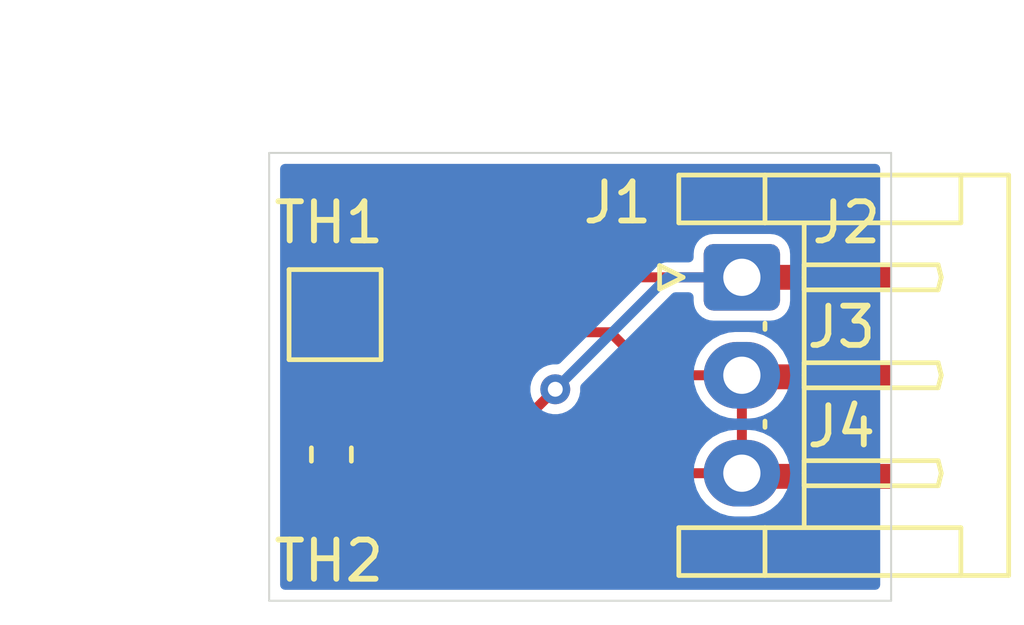
<source format=kicad_pcb>
(kicad_pcb (version 20171130) (host pcbnew "(5.1.5)-3")

  (general
    (thickness 1.6)
    (drawings 6)
    (tracks 15)
    (zones 0)
    (modules 6)
    (nets 3)
  )

  (page A4)
  (layers
    (0 F.Cu signal)
    (31 B.Cu signal)
    (32 B.Adhes user)
    (33 F.Adhes user)
    (34 B.Paste user)
    (35 F.Paste user)
    (36 B.SilkS user)
    (37 F.SilkS user)
    (38 B.Mask user)
    (39 F.Mask user)
    (40 Dwgs.User user)
    (41 Cmts.User user)
    (42 Eco1.User user)
    (43 Eco2.User user)
    (44 Edge.Cuts user)
    (45 Margin user)
    (46 B.CrtYd user)
    (47 F.CrtYd user)
    (48 B.Fab user hide)
    (49 F.Fab user hide)
  )

  (setup
    (last_trace_width 0.254)
    (trace_clearance 0.2032)
    (zone_clearance 0.254)
    (zone_45_only no)
    (trace_min 0.2)
    (via_size 0.762)
    (via_drill 0.381)
    (via_min_size 0.4)
    (via_min_drill 0.3)
    (uvia_size 0.3)
    (uvia_drill 0.1)
    (uvias_allowed no)
    (uvia_min_size 0.2)
    (uvia_min_drill 0.1)
    (edge_width 0.05)
    (segment_width 0.2)
    (pcb_text_width 0.3)
    (pcb_text_size 1.5 1.5)
    (mod_edge_width 0.12)
    (mod_text_size 1 1)
    (mod_text_width 0.15)
    (pad_size 1.524 1.524)
    (pad_drill 0.762)
    (pad_to_mask_clearance 0.051)
    (solder_mask_min_width 0.25)
    (aux_axis_origin 0 0)
    (grid_origin 138.43 92.075)
    (visible_elements 7FFFFFFF)
    (pcbplotparams
      (layerselection 0x010fc_ffffffff)
      (usegerberextensions false)
      (usegerberattributes false)
      (usegerberadvancedattributes false)
      (creategerberjobfile false)
      (excludeedgelayer true)
      (linewidth 0.100000)
      (plotframeref false)
      (viasonmask false)
      (mode 1)
      (useauxorigin false)
      (hpglpennumber 1)
      (hpglpenspeed 20)
      (hpglpendiameter 15.000000)
      (psnegative false)
      (psa4output false)
      (plotreference true)
      (plotvalue true)
      (plotinvisibletext false)
      (padsonsilk false)
      (subtractmaskfromsilk false)
      (outputformat 1)
      (mirror false)
      (drillshape 0)
      (scaleselection 1)
      (outputdirectory ""))
  )

  (net 0 "")
  (net 1 /B)
  (net 2 /A)

  (net_class Default "This is the default net class."
    (clearance 0.2032)
    (trace_width 0.254)
    (via_dia 0.762)
    (via_drill 0.381)
    (uvia_dia 0.3)
    (uvia_drill 0.1)
    (add_net /A)
    (add_net /B)
  )

  (module 0MiscParts:RectPad-025x100 (layer F.Cu) (tedit 5FF3AE5C) (tstamp 5FF3C303)
    (at 150.495 88.9)
    (path /5FF3BBFC)
    (fp_text reference J4 (at 2.54 -1.27) (layer F.SilkS)
      (effects (font (size 1 1) (thickness 0.15)))
    )
    (fp_text value Conn_01x01_Male (at 0.1 -3.55) (layer F.Fab)
      (effects (font (size 1 1) (thickness 0.15)))
    )
    (pad 1 smd rect (at 1.905 0) (size 3.81 0.635) (layers F.Cu F.Paste F.Mask)
      (net 1 /B))
  )

  (module 0MiscParts:RectPad-025x100 (layer F.Cu) (tedit 5FF3AE5C) (tstamp 5FF3C2E9)
    (at 150.495 86.36)
    (path /5FF3B797)
    (fp_text reference J3 (at 2.54 -1.27) (layer F.SilkS)
      (effects (font (size 1 1) (thickness 0.15)))
    )
    (fp_text value Conn_01x01_Male (at 0.1 -3.55) (layer F.Fab)
      (effects (font (size 1 1) (thickness 0.15)))
    )
    (pad 1 smd rect (at 1.905 0) (size 3.81 0.635) (layers F.Cu F.Paste F.Mask)
      (net 1 /B))
  )

  (module 0MiscParts:RectPad-025x100 (layer F.Cu) (tedit 5FF3AE5C) (tstamp 5FF3C2CF)
    (at 150.495 83.82)
    (path /5FF3AE6A)
    (fp_text reference J2 (at 2.667 -1.397) (layer F.SilkS)
      (effects (font (size 1 1) (thickness 0.15)))
    )
    (fp_text value Conn_01x01_Male (at 0.1 -3.55) (layer F.Fab)
      (effects (font (size 1 1) (thickness 0.15)))
    )
    (pad 1 smd rect (at 1.905 0) (size 3.81 0.635) (layers F.Cu F.Paste F.Mask)
      (net 2 /A))
  )

  (module Resistor_SMD:R_0603_1608Metric_Pad1.05x0.95mm_HandSolder (layer F.Cu) (tedit 5B301BBD) (tstamp 5FF3B986)
    (at 140.0175 88.3425 270)
    (descr "Resistor SMD 0603 (1608 Metric), square (rectangular) end terminal, IPC_7351 nominal with elongated pad for handsoldering. (Body size source: http://www.tortai-tech.com/upload/download/2011102023233369053.pdf), generated with kicad-footprint-generator")
    (tags "resistor handsolder")
    (path /5FF38FC7)
    (attr smd)
    (fp_text reference TH2 (at 2.7165 0.0635 180) (layer F.SilkS)
      (effects (font (size 1 1) (thickness 0.15)))
    )
    (fp_text value Thermistor_NTC (at 0 1.43 90) (layer F.Fab)
      (effects (font (size 1 1) (thickness 0.15)))
    )
    (fp_text user %R (at 0 0 90) (layer F.Fab)
      (effects (font (size 0.4 0.4) (thickness 0.06)))
    )
    (fp_line (start 1.65 0.73) (end -1.65 0.73) (layer F.CrtYd) (width 0.05))
    (fp_line (start 1.65 -0.73) (end 1.65 0.73) (layer F.CrtYd) (width 0.05))
    (fp_line (start -1.65 -0.73) (end 1.65 -0.73) (layer F.CrtYd) (width 0.05))
    (fp_line (start -1.65 0.73) (end -1.65 -0.73) (layer F.CrtYd) (width 0.05))
    (fp_line (start -0.171267 0.51) (end 0.171267 0.51) (layer F.SilkS) (width 0.12))
    (fp_line (start -0.171267 -0.51) (end 0.171267 -0.51) (layer F.SilkS) (width 0.12))
    (fp_line (start 0.8 0.4) (end -0.8 0.4) (layer F.Fab) (width 0.1))
    (fp_line (start 0.8 -0.4) (end 0.8 0.4) (layer F.Fab) (width 0.1))
    (fp_line (start -0.8 -0.4) (end 0.8 -0.4) (layer F.Fab) (width 0.1))
    (fp_line (start -0.8 0.4) (end -0.8 -0.4) (layer F.Fab) (width 0.1))
    (pad 2 smd roundrect (at 0.875 0 270) (size 1.05 0.95) (layers F.Cu F.Paste F.Mask) (roundrect_rratio 0.25)
      (net 1 /B))
    (pad 1 smd roundrect (at -0.875 0 270) (size 1.05 0.95) (layers F.Cu F.Paste F.Mask) (roundrect_rratio 0.25)
      (net 2 /A))
    (model ${KISYS3DMOD}/Resistor_SMD.3dshapes/R_0603_1608Metric.wrl
      (at (xyz 0 0 0))
      (scale (xyz 1 1 1))
      (rotate (xyz 0 0 0))
    )
  )

  (module 0MiscParts:RTD (layer F.Cu) (tedit 5FF361FC) (tstamp 5FF3B70A)
    (at 141.2875 84.7725)
    (path /5FF36300)
    (fp_text reference TH1 (at -1.3335 -2.3495) (layer F.SilkS)
      (effects (font (size 1 1) (thickness 0.15)))
    )
    (fp_text value Thermistor_NTC (at 0 -6.985) (layer F.Fab)
      (effects (font (size 1 1) (thickness 0.15)))
    )
    (fp_line (start 0 1.15) (end 0 -1.15) (layer F.SilkS) (width 0.12))
    (fp_line (start -2.35 1.15) (end 0 1.15) (layer F.SilkS) (width 0.12))
    (fp_line (start -2.35 -1.15) (end -2.35 1.15) (layer F.SilkS) (width 0.12))
    (fp_line (start 0 -1.15) (end -2.35 -1.15) (layer F.SilkS) (width 0.12))
    (pad 2 smd rect (at 2.5 0.45) (size 5 0.3) (layers F.Cu F.Paste F.Mask)
      (net 1 /B))
    (pad 1 smd rect (at 2.5 -0.45) (size 5 0.3) (layers F.Cu F.Paste F.Mask)
      (net 2 /A))
  )

  (module 0MiscParts:JST_EH_S3B-EH_1x03_P2.50mm_Horizontal (layer F.Cu) (tedit 5FEF0532) (tstamp 5FF3B700)
    (at 150.495 83.82 270)
    (descr "JST EH series connector, S3B-EH (http://www.jst-mfg.com/product/pdf/eng/eEH.pdf), generated with kicad-footprint-generator")
    (tags "connector JST EH horizontal")
    (path /5FF37C06)
    (fp_text reference J1 (at -1.905 3.175 180) (layer F.SilkS)
      (effects (font (size 1 1) (thickness 0.15)))
    )
    (fp_text value Conn_01x03_Male (at 2.5 2.7 90) (layer F.Fab)
      (effects (font (size 1 1) (thickness 0.15)))
    )
    (fp_text user %R (at 2.5 -2.6 90) (layer F.Fab)
      (effects (font (size 1 1) (thickness 0.15)))
    )
    (fp_line (start 0 -1.407107) (end 0.5 -0.7) (layer F.Fab) (width 0.1))
    (fp_line (start -0.5 -0.7) (end 0 -1.407107) (layer F.Fab) (width 0.1))
    (fp_line (start 0.3 2.1) (end 0 1.5) (layer F.SilkS) (width 0.12))
    (fp_line (start -0.3 2.1) (end 0.3 2.1) (layer F.SilkS) (width 0.12))
    (fp_line (start 0 1.5) (end -0.3 2.1) (layer F.SilkS) (width 0.12))
    (fp_line (start 5.32 -1.59) (end 5 -1.59) (layer F.SilkS) (width 0.12))
    (fp_line (start 5.32 -5.01) (end 5.32 -1.59) (layer F.SilkS) (width 0.12))
    (fp_line (start 5 -5.09) (end 5.32 -5.01) (layer F.SilkS) (width 0.12))
    (fp_line (start 4.68 -5.01) (end 5 -5.09) (layer F.SilkS) (width 0.12))
    (fp_line (start 4.68 -1.59) (end 4.68 -5.01) (layer F.SilkS) (width 0.12))
    (fp_line (start 5 -1.59) (end 4.68 -1.59) (layer F.SilkS) (width 0.12))
    (fp_line (start 3.67 -0.59) (end 3.83 -0.59) (layer F.SilkS) (width 0.12))
    (fp_line (start 2.82 -1.59) (end 2.5 -1.59) (layer F.SilkS) (width 0.12))
    (fp_line (start 2.82 -5.01) (end 2.82 -1.59) (layer F.SilkS) (width 0.12))
    (fp_line (start 2.5 -5.09) (end 2.82 -5.01) (layer F.SilkS) (width 0.12))
    (fp_line (start 2.18 -5.01) (end 2.5 -5.09) (layer F.SilkS) (width 0.12))
    (fp_line (start 2.18 -1.59) (end 2.18 -5.01) (layer F.SilkS) (width 0.12))
    (fp_line (start 2.5 -1.59) (end 2.18 -1.59) (layer F.SilkS) (width 0.12))
    (fp_line (start 1.17 -0.59) (end 1.33 -0.59) (layer F.SilkS) (width 0.12))
    (fp_line (start 0.32 -1.59) (end 0 -1.59) (layer F.SilkS) (width 0.12))
    (fp_line (start 0.32 -5.01) (end 0.32 -1.59) (layer F.SilkS) (width 0.12))
    (fp_line (start 0 -5.09) (end 0.32 -5.01) (layer F.SilkS) (width 0.12))
    (fp_line (start -0.32 -5.01) (end 0 -5.09) (layer F.SilkS) (width 0.12))
    (fp_line (start -0.32 -1.59) (end -0.32 -5.01) (layer F.SilkS) (width 0.12))
    (fp_line (start 0 -1.59) (end -0.32 -1.59) (layer F.SilkS) (width 0.12))
    (fp_line (start -1.39 -1.59) (end 6.39 -1.59) (layer F.SilkS) (width 0.12))
    (fp_line (start 6.39 -0.59) (end 7.61 -0.59) (layer F.SilkS) (width 0.12))
    (fp_line (start 6.39 -5.59) (end 6.39 -0.59) (layer F.SilkS) (width 0.12))
    (fp_line (start 7.61 -5.59) (end 6.39 -5.59) (layer F.SilkS) (width 0.12))
    (fp_line (start -1.39 -0.59) (end -2.61 -0.59) (layer F.SilkS) (width 0.12))
    (fp_line (start -1.39 -5.59) (end -1.39 -0.59) (layer F.SilkS) (width 0.12))
    (fp_line (start -2.61 -5.59) (end -1.39 -5.59) (layer F.SilkS) (width 0.12))
    (fp_line (start 6.39 1.61) (end 6.39 -0.59) (layer F.SilkS) (width 0.12))
    (fp_line (start 7.61 1.61) (end 6.39 1.61) (layer F.SilkS) (width 0.12))
    (fp_line (start 7.61 -6.81) (end 7.61 1.61) (layer F.SilkS) (width 0.12))
    (fp_line (start -2.61 -6.81) (end 7.61 -6.81) (layer F.SilkS) (width 0.12))
    (fp_line (start -2.61 1.61) (end -2.61 -6.81) (layer F.SilkS) (width 0.12))
    (fp_line (start -1.39 1.61) (end -2.61 1.61) (layer F.SilkS) (width 0.12))
    (fp_line (start -1.39 -0.59) (end -1.39 1.61) (layer F.SilkS) (width 0.12))
    (fp_line (start 7.7 -7.2) (end -2.7 -7.2) (layer F.CrtYd) (width 0.05))
    (fp_line (start 7.7 2) (end 7.7 -7.2) (layer F.CrtYd) (width 0.05))
    (fp_line (start -2.7 2) (end 7.7 2) (layer F.CrtYd) (width 0.05))
    (fp_line (start -2.7 -7.2) (end -2.7 2) (layer F.CrtYd) (width 0.05))
    (fp_line (start 6.5 -0.7) (end -1.5 -0.7) (layer F.Fab) (width 0.1))
    (fp_line (start 6.5 1.5) (end 6.5 -0.7) (layer F.Fab) (width 0.1))
    (fp_line (start 7.5 1.5) (end 6.5 1.5) (layer F.Fab) (width 0.1))
    (fp_line (start 7.5 -6.7) (end 7.5 1.5) (layer F.Fab) (width 0.1))
    (fp_line (start -2.5 -6.7) (end 7.5 -6.7) (layer F.Fab) (width 0.1))
    (fp_line (start -2.5 1.5) (end -2.5 -6.7) (layer F.Fab) (width 0.1))
    (fp_line (start -1.5 1.5) (end -2.5 1.5) (layer F.Fab) (width 0.1))
    (fp_line (start -1.5 -0.7) (end -1.5 1.5) (layer F.Fab) (width 0.1))
    (pad 3 thru_hole oval (at 5 0 270) (size 1.7 1.95) (drill 0.95) (layers *.Cu *.Mask)
      (net 1 /B))
    (pad 2 thru_hole oval (at 2.5 0 270) (size 1.7 1.95) (drill 0.95) (layers *.Cu *.Mask)
      (net 1 /B))
    (pad 1 thru_hole roundrect (at 0 0 270) (size 1.7 1.95) (drill 0.95) (layers *.Cu *.Mask) (roundrect_rratio 0.147059)
      (net 2 /A))
    (model ${KISYS3DMOD}/Connector_JST.3dshapes/JST_EH_S3B-EH_1x03_P2.50mm_Horizontal.wrl
      (at (xyz 0 0 0))
      (scale (xyz 1 1 1))
      (rotate (xyz 0 0 0))
    )
  )

  (dimension 11.43 (width 0.15) (layer Dwgs.User)
    (gr_text "0.4500 in" (at 135.225 86.36 270) (layer Dwgs.User)
      (effects (font (size 1 1) (thickness 0.15)))
    )
    (feature1 (pts (xy 138.43 92.075) (xy 135.938579 92.075)))
    (feature2 (pts (xy 138.43 80.645) (xy 135.938579 80.645)))
    (crossbar (pts (xy 136.525 80.645) (xy 136.525 92.075)))
    (arrow1a (pts (xy 136.525 92.075) (xy 135.938579 90.948496)))
    (arrow1b (pts (xy 136.525 92.075) (xy 137.111421 90.948496)))
    (arrow2a (pts (xy 136.525 80.645) (xy 135.938579 81.771504)))
    (arrow2b (pts (xy 136.525 80.645) (xy 137.111421 81.771504)))
  )
  (dimension 15.875 (width 0.15) (layer Dwgs.User)
    (gr_text "0.6250 in" (at 146.3675 77.44) (layer Dwgs.User)
      (effects (font (size 1 1) (thickness 0.15)))
    )
    (feature1 (pts (xy 154.305 80.645) (xy 154.305 78.153579)))
    (feature2 (pts (xy 138.43 80.645) (xy 138.43 78.153579)))
    (crossbar (pts (xy 138.43 78.74) (xy 154.305 78.74)))
    (arrow1a (pts (xy 154.305 78.74) (xy 153.178496 79.326421)))
    (arrow1b (pts (xy 154.305 78.74) (xy 153.178496 78.153579)))
    (arrow2a (pts (xy 138.43 78.74) (xy 139.556504 79.326421)))
    (arrow2b (pts (xy 138.43 78.74) (xy 139.556504 78.153579)))
  )
  (gr_line (start 154.305 80.645) (end 154.305 92.075) (layer Edge.Cuts) (width 0.05) (tstamp 5FF3BAAC))
  (gr_line (start 138.43 80.645) (end 154.305 80.645) (layer Edge.Cuts) (width 0.05))
  (gr_line (start 138.43 92.075) (end 138.43 80.645) (layer Edge.Cuts) (width 0.05))
  (gr_line (start 154.305 92.075) (end 138.43 92.075) (layer Edge.Cuts) (width 0.05))

  (segment (start 150.495 88.82) (end 144.86 88.82) (width 0.254) (layer F.Cu) (net 1))
  (segment (start 144.4625 89.2175) (end 140.0175 89.2175) (width 0.254) (layer F.Cu) (net 1))
  (segment (start 144.86 88.82) (end 144.4625 89.2175) (width 0.254) (layer F.Cu) (net 1))
  (segment (start 150.495 86.32) (end 150.495 88.82) (width 0.254) (layer F.Cu) (net 1))
  (segment (start 148.2325 86.32) (end 150.495 86.32) (width 0.254) (layer F.Cu) (net 1))
  (segment (start 143.7875 85.2225) (end 147.135 85.2225) (width 0.254) (layer F.Cu) (net 1))
  (segment (start 147.135 85.2225) (end 148.2325 86.32) (width 0.254) (layer F.Cu) (net 1))
  (segment (start 147.6375 83.82) (end 150.495 83.82) (width 0.254) (layer F.Cu) (net 2))
  (segment (start 143.7875 84.3225) (end 147.135 84.3225) (width 0.254) (layer F.Cu) (net 2))
  (segment (start 147.135 84.3225) (end 147.6375 83.82) (width 0.254) (layer F.Cu) (net 2))
  (segment (start 148.59 83.82) (end 150.495 83.82) (width 0.254) (layer B.Cu) (net 2))
  (segment (start 144.9425 87.4675) (end 140.0175 87.4675) (width 0.254) (layer F.Cu) (net 2))
  (segment (start 145.7325 86.6775) (end 148.59 83.82) (width 0.254) (layer B.Cu) (net 2))
  (via (at 145.7325 86.6775) (size 0.762) (drill 0.381) (layers F.Cu B.Cu) (net 2))
  (segment (start 145.7325 86.6775) (end 144.9425 87.4675) (width 0.254) (layer F.Cu) (net 2))

  (zone (net 0) (net_name "") (layer B.Cu) (tstamp 0) (hatch edge 0.508)
    (connect_pads (clearance 0.254))
    (min_thickness 0.254)
    (fill yes (arc_segments 32) (thermal_gap 0.508) (thermal_bridge_width 0.508))
    (polygon
      (pts
        (xy 154.94 92.71) (xy 137.795 92.71) (xy 137.795 80.01) (xy 154.94 80.01)
      )
    )
    (filled_polygon
      (pts
        (xy 153.899001 91.669) (xy 138.836 91.669) (xy 138.836 88.82) (xy 149.133044 88.82) (xy 149.156812 89.061318)
        (xy 149.227202 89.293363) (xy 149.341509 89.507216) (xy 149.49534 89.69466) (xy 149.682784 89.848491) (xy 149.896637 89.962798)
        (xy 150.128682 90.033188) (xy 150.309528 90.051) (xy 150.680472 90.051) (xy 150.861318 90.033188) (xy 151.093363 89.962798)
        (xy 151.307216 89.848491) (xy 151.49466 89.69466) (xy 151.648491 89.507216) (xy 151.762798 89.293363) (xy 151.833188 89.061318)
        (xy 151.856956 88.82) (xy 151.833188 88.578682) (xy 151.762798 88.346637) (xy 151.648491 88.132784) (xy 151.49466 87.94534)
        (xy 151.307216 87.791509) (xy 151.093363 87.677202) (xy 150.861318 87.606812) (xy 150.680472 87.589) (xy 150.309528 87.589)
        (xy 150.128682 87.606812) (xy 149.896637 87.677202) (xy 149.682784 87.791509) (xy 149.49534 87.94534) (xy 149.341509 88.132784)
        (xy 149.227202 88.346637) (xy 149.156812 88.578682) (xy 149.133044 88.82) (xy 138.836 88.82) (xy 138.836 86.60245)
        (xy 144.9705 86.60245) (xy 144.9705 86.75255) (xy 144.999783 86.899767) (xy 145.057224 87.038442) (xy 145.140616 87.163247)
        (xy 145.246753 87.269384) (xy 145.371558 87.352776) (xy 145.510233 87.410217) (xy 145.65745 87.4395) (xy 145.80755 87.4395)
        (xy 145.954767 87.410217) (xy 146.093442 87.352776) (xy 146.218247 87.269384) (xy 146.324384 87.163247) (xy 146.407776 87.038442)
        (xy 146.465217 86.899767) (xy 146.4945 86.75255) (xy 146.4945 86.63392) (xy 146.80842 86.32) (xy 149.133044 86.32)
        (xy 149.156812 86.561318) (xy 149.227202 86.793363) (xy 149.341509 87.007216) (xy 149.49534 87.19466) (xy 149.682784 87.348491)
        (xy 149.896637 87.462798) (xy 150.128682 87.533188) (xy 150.309528 87.551) (xy 150.680472 87.551) (xy 150.861318 87.533188)
        (xy 151.093363 87.462798) (xy 151.307216 87.348491) (xy 151.49466 87.19466) (xy 151.648491 87.007216) (xy 151.762798 86.793363)
        (xy 151.833188 86.561318) (xy 151.856956 86.32) (xy 151.833188 86.078682) (xy 151.762798 85.846637) (xy 151.648491 85.632784)
        (xy 151.49466 85.44534) (xy 151.307216 85.291509) (xy 151.093363 85.177202) (xy 150.861318 85.106812) (xy 150.680472 85.089)
        (xy 150.309528 85.089) (xy 150.128682 85.106812) (xy 149.896637 85.177202) (xy 149.682784 85.291509) (xy 149.49534 85.44534)
        (xy 149.341509 85.632784) (xy 149.227202 85.846637) (xy 149.156812 86.078682) (xy 149.133044 86.32) (xy 146.80842 86.32)
        (xy 148.800421 84.328) (xy 149.137157 84.328) (xy 149.137157 84.42) (xy 149.149317 84.543462) (xy 149.185329 84.662179)
        (xy 149.24381 84.771589) (xy 149.322512 84.867488) (xy 149.418411 84.94619) (xy 149.527821 85.004671) (xy 149.646538 85.040683)
        (xy 149.77 85.052843) (xy 151.22 85.052843) (xy 151.343462 85.040683) (xy 151.462179 85.004671) (xy 151.571589 84.94619)
        (xy 151.667488 84.867488) (xy 151.74619 84.771589) (xy 151.804671 84.662179) (xy 151.840683 84.543462) (xy 151.852843 84.42)
        (xy 151.852843 83.22) (xy 151.840683 83.096538) (xy 151.804671 82.977821) (xy 151.74619 82.868411) (xy 151.667488 82.772512)
        (xy 151.571589 82.69381) (xy 151.462179 82.635329) (xy 151.343462 82.599317) (xy 151.22 82.587157) (xy 149.77 82.587157)
        (xy 149.646538 82.599317) (xy 149.527821 82.635329) (xy 149.418411 82.69381) (xy 149.322512 82.772512) (xy 149.24381 82.868411)
        (xy 149.185329 82.977821) (xy 149.149317 83.096538) (xy 149.137157 83.22) (xy 149.137157 83.312) (xy 148.614943 83.312)
        (xy 148.589999 83.309543) (xy 148.565055 83.312) (xy 148.565053 83.312) (xy 148.490415 83.319351) (xy 148.394657 83.348399)
        (xy 148.394655 83.3484) (xy 148.306404 83.395571) (xy 148.25181 83.440376) (xy 148.229052 83.459052) (xy 148.21315 83.478429)
        (xy 145.77608 85.9155) (xy 145.65745 85.9155) (xy 145.510233 85.944783) (xy 145.371558 86.002224) (xy 145.246753 86.085616)
        (xy 145.140616 86.191753) (xy 145.057224 86.316558) (xy 144.999783 86.455233) (xy 144.9705 86.60245) (xy 138.836 86.60245)
        (xy 138.836 81.051) (xy 153.899 81.051)
      )
    )
  )
)

</source>
